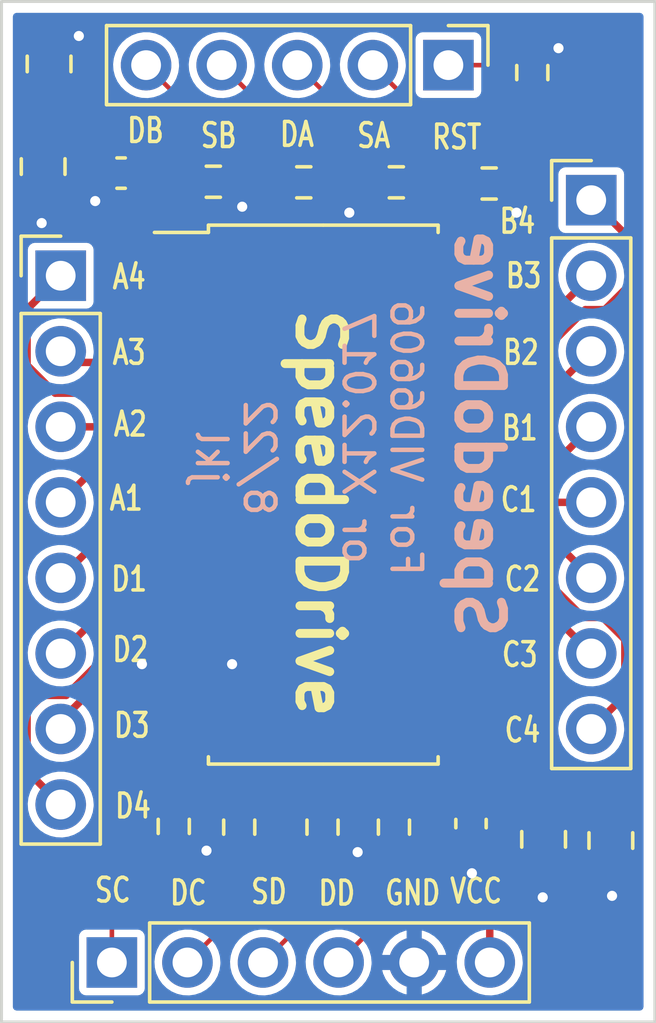
<source format=kicad_pcb>
(kicad_pcb (version 20211014) (generator pcbnew)
  (layers (0 "F.Cu" signal) (31 "B.Cu" signal) (35 "F.Paste" user) (36 "B.SilkS" user "B.Silkscreen") (37 "F.SilkS" user "F.Silkscreen") (38 "B.Mask" user) (39 "F.Mask" user) (44 "Edge.Cuts" user))
  (net 0 "")
  (net 1 "VCC")
  (net 2 "GND")
  (net 3 "/MA1")
  (net 4 "/MA2")
  (net 5 "/MA3")
  (net 6 "/MA4")
  (net 7 "/RST")
  (net 8 "/StpA")
  (net 9 "/DirA")
  (net 10 "/StpB")
  (net 11 "/DirB")
  (net 12 "/MB1")
  (net 13 "/MB2")
  (net 14 "/MB3")
  (net 15 "/MB4")
  (net 16 "/MC1")
  (net 17 "/MC2")
  (net 18 "/MC3")
  (net 19 "/MC4")
  (net 20 "/StpC")
  (net 21 "/DirC")
  (net 22 "/StpD")
  (net 23 "/DirD")
  (net 24 "/MD1")
  (net 25 "/MD2")
  (net 26 "/MD3")
  (net 27 "/MD4")
  (footprint "SpeedFootprints:R_0603_1608MetricSQ" (layer "F.Cu") (at 127.77 69.12)
    (fp_text reference "R5")
    (fp_text value "10K")
    (fp_line (start -0.237258 -0.5225) (end 0.237258 -0.5225) (layer "F.SilkS") (width 0.12))
    (fp_line (start -0.237258 0.5225) (end 0.237258 0.5225) (layer "F.SilkS") (width 0.12))
    (pad "1" smd roundrect (at -0.825 0) (size 0.8 0.95) (layers "F.Cu" "F.Mask") (net 10 "/StpB"))
    (pad "2" smd roundrect (at 0.825 0) (size 0.8 0.95) (layers "F.Cu" "F.Mask") (net 2 "GND"))
  )
  (footprint "SpeedFootprints:C_0805_2012MetricSQ" (layer "F.Cu") (at 119.21 65.14 90)
    (fp_text reference "C1")
    (fp_text value "6.8uF")
    (fp_line (start -0.261252 -0.735) (end 0.261252 -0.735) (layer "F.SilkS") (width 0.12))
    (fp_line (start -0.261252 0.735) (end 0.261252 0.735) (layer "F.SilkS") (width 0.12))
    (pad "1" smd roundrect (at -0.95 0 90) (size 1 1.45) (layers "F.Cu" "F.Mask") (net 1 "VCC"))
    (pad "2" smd roundrect (at 0.95 0 90) (size 1 1.45) (layers "F.Cu" "F.Mask") (net 2 "GND"))
  )
  (footprint "SpeedFootprints:C_0805_2012MetricSQ" (layer "F.Cu") (at 135.83 91.21 -90)
    (fp_text reference "C2")
    (fp_text value "4.7uF")
    (fp_line (start -0.261252 0.735) (end 0.261252 0.735) (layer "F.SilkS") (width 0.12))
    (fp_line (start -0.261252 -0.735) (end 0.261252 -0.735) (layer "F.SilkS") (width 0.12))
    (pad "1" smd roundrect (at -0.95 0 270) (size 1 1.45) (layers "F.Cu" "F.Mask") (net 1 "VCC"))
    (pad "2" smd roundrect (at 0.95 0 270) (size 1 1.45) (layers "F.Cu" "F.Mask") (net 2 "GND"))
  )
  (footprint "SpeedFootprints:R_0603_1608MetricSQ" (layer "F.Cu") (at 135.45 65.43 -90)
    (fp_text reference "R1")
    (fp_text value "10K")
    (fp_line (start -0.237258 -0.5225) (end 0.237258 -0.5225) (layer "F.SilkS") (width 0.12))
    (fp_line (start -0.237258 0.5225) (end 0.237258 0.5225) (layer "F.SilkS") (width 0.12))
    (pad "1" smd roundrect (at -0.825 0 270) (size 0.8 0.95) (layers "F.Cu" "F.Mask") (net 2 "GND"))
    (pad "2" smd roundrect (at 0.825 0 270) (size 0.8 0.95) (layers "F.Cu" "F.Mask") (net 7 "/RST"))
  )
  (footprint "SpeedFootprints:C_0603_1608MetricSQ" (layer "F.Cu") (at 121.63 68.81 180)
    (fp_text reference "C3")
    (fp_text value "100nF")
    (fp_line (start -0.14058 0.51) (end 0.14058 0.51) (layer "F.SilkS") (width 0.12))
    (fp_line (start -0.14058 -0.51) (end 0.14058 -0.51) (layer "F.SilkS") (width 0.12))
    (pad "1" smd roundrect (at -0.775 0 180) (size 0.9 0.95) (layers "F.Cu" "F.Mask") (net 1 "VCC"))
    (pad "2" smd roundrect (at 0.775 0 180) (size 0.9 0.95) (layers "F.Cu" "F.Mask") (net 2 "GND"))
  )
  (footprint "SpeedFootprints:C_0805_2012MetricSQ" (layer "F.Cu") (at 119.01 68.59 -90)
    (fp_text reference "C5")
    (fp_text value "4.7uF")
    (fp_line (start -0.261252 -0.735) (end 0.261252 -0.735) (layer "F.SilkS") (width 0.12))
    (fp_line (start -0.261252 0.735) (end 0.261252 0.735) (layer "F.SilkS") (width 0.12))
    (pad "1" smd roundrect (at -0.95 0 270) (size 1 1.45) (layers "F.Cu" "F.Mask") (net 1 "VCC"))
    (pad "2" smd roundrect (at 0.95 0 270) (size 1 1.45) (layers "F.Cu" "F.Mask") (net 2 "GND"))
  )
  (footprint "Connector_PinHeader_2.54mm:PinHeader_1x05_P2.54mm_Vertical" (layer "F.Cu") (at 132.63 65.18 -90)
    (fp_text reference "J1")
    (fp_text value "Conn_01x05")
    (fp_line (start -1.33 1.27) (end 1.33 1.27) (layer "F.SilkS") (width 0.12))
    (fp_line (start -1.33 0) (end -1.33 -1.33) (layer "F.SilkS") (width 0.12))
    (fp_line (start 1.33 1.27) (end 1.33 11.49) (layer "F.SilkS") (width 0.12))
    (fp_line (start -1.33 1.27) (end -1.33 11.49) (layer "F.SilkS") (width 0.12))
    (fp_line (start -1.33 -1.33) (end 0 -1.33) (layer "F.SilkS") (width 0.12))
    (fp_line (start -1.33 11.49) (end 1.33 11.49) (layer "F.SilkS") (width 0.12))
    (pad "1" thru_hole rect (at 0 0 270) (size 1.7 1.7) (drill 1) (layers *.Cu *.Mask) (net 7 "/RST"))
    (pad "2" thru_hole oval (at 0 2.54 270) (size 1.7 1.7) (drill 1) (layers *.Cu *.Mask) (net 8 "/StpA"))
    (pad "3" thru_hole oval (at 0 5.08 270) (size 1.7 1.7) (drill 1) (layers *.Cu *.Mask) (net 9 "/DirA"))
    (pad "4" thru_hole oval (at 0 7.62 270) (size 1.7 1.7) (drill 1) (layers *.Cu *.Mask) (net 10 "/StpB"))
    (pad "5" thru_hole oval (at 0 10.16 270) (size 1.7 1.7) (drill 1) (layers *.Cu *.Mask) (net 11 "/DirB"))
  )
  (footprint "SpeedFootprints:R_0603_1608MetricSQ" (layer "F.Cu") (at 130.88 69.12 180)
    (fp_text reference "R2")
    (fp_text value "10K")
    (fp_line (start -0.237258 0.5225) (end 0.237258 0.5225) (layer "F.SilkS") (width 0.12))
    (fp_line (start -0.237258 -0.5225) (end 0.237258 -0.5225) (layer "F.SilkS") (width 0.12))
    (pad "1" smd roundrect (at -0.825 0 180) (size 0.8 0.95) (layers "F.Cu" "F.Mask") (net 9 "/DirA"))
    (pad "2" smd roundrect (at 0.825 0 180) (size 0.8 0.95) (layers "F.Cu" "F.Mask") (net 2 "GND"))
  )
  (footprint "SpeedFootprints:R_0603_1608MetricSQ" (layer "F.Cu") (at 130.8 90.8 -90)
    (fp_text reference "R8")
    (fp_text value "10K")
    (fp_line (start -0.237258 0.5225) (end 0.237258 0.5225) (layer "F.SilkS") (width 0.12))
    (fp_line (start -0.237258 -0.5225) (end 0.237258 -0.5225) (layer "F.SilkS") (width 0.12))
    (pad "1" smd roundrect (at -0.825 0 270) (size 0.8 0.95) (layers "F.Cu" "F.Mask") (net 23 "/DirD"))
    (pad "2" smd roundrect (at 0.825 0 270) (size 0.8 0.95) (layers "F.Cu" "F.Mask") (net 2 "GND"))
  )
  (footprint "Package_SO:SOIC-28W_7.5x17.9mm_P1.27mm" (layer "F.Cu") (at 128.425 79.62)
    (fp_text reference "U1")
    (fp_text value "VID6606")
    (fp_line (start 0 -9.06) (end -3.86 -9.06) (layer "F.SilkS") (width 0.12))
    (fp_line (start -3.86 9.06) (end -3.86 8.815) (layer "F.SilkS") (width 0.12))
    (fp_line (start 0 9.06) (end -3.86 9.06) (layer "F.SilkS") (width 0.12))
    (fp_line (start 3.86 9.06) (end 3.86 8.815) (layer "F.SilkS") (width 0.12))
    (fp_line (start 0 9.06) (end 3.86 9.06) (layer "F.SilkS") (width 0.12))
    (fp_line (start -3.86 -9.06) (end -3.86 -8.815) (layer "F.SilkS") (width 0.12))
    (fp_line (start -3.86 -8.815) (end -5.675 -8.815) (layer "F.SilkS") (width 0.12))
    (fp_line (start 3.86 -9.06) (end 3.86 -8.815) (layer "F.SilkS") (width 0.12))
    (fp_line (start 0 -9.06) (end 3.86 -9.06) (layer "F.SilkS") (width 0.12))
    (pad "1" smd roundrect (at -4.65 -8.255) (size 2.05 0.6) (layers "F.Cu" "F.Mask") (net 1 "VCC"))
    (pad "2" smd roundrect (at -4.65 -6.985) (size 2.05 0.6) (layers "F.Cu" "F.Mask") (net 11 "/DirB"))
    (pad "3" smd roundrect (at -4.65 -5.715) (size 2.05 0.6) (layers "F.Cu" "F.Mask") (net 10 "/StpB"))
    (pad "4" smd roundrect (at -4.65 -4.445) (size 2.05 0.6) (layers "F.Cu" "F.Mask") (net 5 "/MA3"))
    (pad "5" smd roundrect (at -4.65 -3.175) (size 2.05 0.6) (layers "F.Cu" "F.Mask") (net 6 "/MA4"))
    (pad "6" smd roundrect (at -4.65 -1.905) (size 2.05 0.6) (layers "F.Cu" "F.Mask") (net 4 "/MA2"))
    (pad "7" smd roundrect (at -4.65 -0.635) (size 2.05 0.6) (layers "F.Cu" "F.Mask") (net 3 "/MA1"))
    (pad "8" smd roundrect (at -4.65 0.635) (size 2.05 0.6) (layers "F.Cu" "F.Mask") (net 24 "/MD1"))
    (pad "9" smd roundrect (at -4.65 1.905) (size 2.05 0.6) (layers "F.Cu" "F.Mask") (net 25 "/MD2"))
    (pad "10" smd roundrect (at -4.65 3.175) (size 2.05 0.6) (layers "F.Cu" "F.Mask") (net 27 "/MD4"))
    (pad "11" smd roundrect (at -4.65 4.445) (size 2.05 0.6) (layers "F.Cu" "F.Mask") (net 26 "/MD3"))
    (pad "12" smd roundrect (at -4.65 5.715) (size 2.05 0.6) (layers "F.Cu" "F.Mask") (net 2 "GND"))
    (pad "13" smd roundrect (at -4.65 6.985) (size 2.05 0.6) (layers "F.Cu" "F.Mask") (net 21 "/DirC"))
    (pad "14" smd roundrect (at -4.65 8.255) (size 2.05 0.6) (layers "F.Cu" "F.Mask") (net 20 "/StpC"))
    (pad "15" smd roundrect (at 4.65 8.255) (size 2.05 0.6) (layers "F.Cu" "F.Mask") (net 1 "VCC"))
    (pad "16" smd roundrect (at 4.65 6.985) (size 2.05 0.6) (layers "F.Cu" "F.Mask") (net 23 "/DirD"))
    (pad "17" smd roundrect (at 4.65 5.715) (size 2.05 0.6) (layers "F.Cu" "F.Mask") (net 22 "/StpD"))
    (pad "18" smd roundrect (at 4.65 4.445) (size 2.05 0.6) (layers "F.Cu" "F.Mask") (net 18 "/MC3"))
    (pad "19" smd roundrect (at 4.65 3.175) (size 2.05 0.6) (layers "F.Cu" "F.Mask") (net 19 "/MC4"))
    (pad "20" smd roundrect (at 4.65 1.905) (size 2.05 0.6) (layers "F.Cu" "F.Mask") (net 17 "/MC2"))
    (pad "21" smd roundrect (at 4.65 0.635) (size 2.05 0.6) (layers "F.Cu" "F.Mask") (net 16 "/MC1"))
    (pad "22" smd roundrect (at 4.65 -0.635) (size 2.05 0.6) (layers "F.Cu" "F.Mask") (net 12 "/MB1"))
    (pad "23" smd roundrect (at 4.65 -1.905) (size 2.05 0.6) (layers "F.Cu" "F.Mask") (net 13 "/MB2"))
    (pad "24" smd roundrect (at 4.65 -3.175) (size 2.05 0.6) (layers "F.Cu" "F.Mask") (net 15 "/MB4"))
    (pad "25" smd roundrect (at 4.65 -4.445) (size 2.05 0.6) (layers "F.Cu" "F.Mask") (net 14 "/MB3"))
    (pad "26" smd roundrect (at 4.65 -5.715) (size 2.05 0.6) (layers "F.Cu" "F.Mask") (net 7 "/RST"))
    (pad "27" smd roundrect (at 4.65 -6.985) (size 2.05 0.6) (layers "F.Cu" "F.Mask") (net 9 "/DirA"))
    (pad "28" smd roundrect (at 4.65 -8.255) (size 2.05 0.6) (layers "F.Cu" "F.Mask") (net 8 "/StpA"))
  )
  (footprint "SpeedFootprints:R_0603_1608MetricSQ" (layer "F.Cu") (at 125.6 90.8 90)
    (fp_text reference "R6")
    (fp_text value "10K")
    (fp_line (start -0.237258 -0.5225) (end 0.237258 -0.5225) (layer "F.SilkS") (width 0.12))
    (fp_line (start -0.237258 0.5225) (end 0.237258 0.5225) (layer "F.SilkS") (width 0.12))
    (pad "1" smd roundrect (at -0.825 0 90) (size 0.8 0.95) (layers "F.Cu" "F.Mask") (net 2 "GND"))
    (pad "2" smd roundrect (at 0.825 0 90) (size 0.8 0.95) (layers "F.Cu" "F.Mask") (net 21 "/DirC"))
  )
  (footprint "Connector_PinHeader_2.54mm:PinHeader_1x08_P2.54mm_Vertical" (layer "F.Cu") (at 119.6 72.26)
    (fp_text reference "J4")
    (fp_text value "Conn_01x08")
    (fp_line (start -1.33 1.27) (end 1.33 1.27) (layer "F.SilkS") (width 0.12))
    (fp_line (start -1.33 -1.33) (end 0 -1.33) (layer "F.SilkS") (width 0.12))
    (fp_line (start -1.33 19.11) (end 1.33 19.11) (layer "F.SilkS") (width 0.12))
    (fp_line (start -1.33 0) (end -1.33 -1.33) (layer "F.SilkS") (width 0.12))
    (fp_line (start -1.33 1.27) (end -1.33 19.11) (layer "F.SilkS") (width 0.12))
    (fp_line (start 1.33 1.27) (end 1.33 19.11) (layer "F.SilkS") (width 0.12))
    (pad "1" thru_hole rect (at 0 0) (size 1.7 1.7) (drill 1) (layers *.Cu *.Mask) (net 6 "/MA4"))
    (pad "2" thru_hole oval (at 0 2.54) (size 1.7 1.7) (drill 1) (layers *.Cu *.Mask) (net 5 "/MA3"))
    (pad "3" thru_hole oval (at 0 5.08) (size 1.7 1.7) (drill 1) (layers *.Cu *.Mask) (net 4 "/MA2"))
    (pad "4" thru_hole oval (at 0 7.62) (size 1.7 1.7) (drill 1) (layers *.Cu *.Mask) (net 3 "/MA1"))
    (pad "5" thru_hole oval (at 0 10.16) (size 1.7 1.7) (drill 1) (layers *.Cu *.Mask) (net 24 "/MD1"))
    (pad "6" thru_hole oval (at 0 12.7) (size 1.7 1.7) (drill 1) (layers *.Cu *.Mask) (net 25 "/MD2"))
    (pad "7" thru_hole oval (at 0 15.24) (size 1.7 1.7) (drill 1) (layers *.Cu *.Mask) (net 26 "/MD3"))
    (pad "8" thru_hole oval (at 0 17.78) (size 1.7 1.7) (drill 1) (layers *.Cu *.Mask) (net 27 "/MD4"))
  )
  (footprint "SpeedFootprints:R_0603_1608MetricSQ" (layer "F.Cu") (at 128.4 90.8 -90)
    (fp_text reference "R9")
    (fp_text value "10K")
    (fp_line (start -0.237258 -0.5225) (end 0.237258 -0.5225) (layer "F.SilkS") (width 0.12))
    (fp_line (start -0.237258 0.5225) (end 0.237258 0.5225) (layer "F.SilkS") (width 0.12))
    (pad "1" smd roundrect (at -0.825 0 270) (size 0.8 0.95) (layers "F.Cu" "F.Mask") (net 22 "/StpD"))
    (pad "2" smd roundrect (at 0.825 0 270) (size 0.8 0.95) (layers "F.Cu" "F.Mask") (net 2 "GND"))
  )
  (footprint "SpeedFootprints:C_0805_2012MetricSQ" (layer "F.Cu") (at 138.09 91.25 -90)
    (fp_text reference "C6")
    (fp_text value "6.8uF")
    (fp_line (start -0.261252 0.735) (end 0.261252 0.735) (layer "F.SilkS") (width 0.12))
    (fp_line (start -0.261252 -0.735) (end 0.261252 -0.735) (layer "F.SilkS") (width 0.12))
    (pad "1" smd roundrect (at -0.95 0 270) (size 1 1.45) (layers "F.Cu" "F.Mask") (net 1 "VCC"))
    (pad "2" smd roundrect (at 0.95 0 270) (size 1 1.45) (layers "F.Cu" "F.Mask") (net 2 "GND"))
  )
  (footprint "SpeedFootprints:R_0603_1608MetricSQ" (layer "F.Cu") (at 123.4 90.775 90)
    (fp_text reference "R7")
    (fp_text value "10K")
    (fp_line (start -0.237258 -0.5225) (end 0.237258 -0.5225) (layer "F.SilkS") (width 0.12))
    (fp_line (start -0.237258 0.5225) (end 0.237258 0.5225) (layer "F.SilkS") (width 0.12))
    (pad "1" smd roundrect (at -0.825 0 90) (size 0.8 0.95) (layers "F.Cu" "F.Mask") (net 2 "GND"))
    (pad "2" smd roundrect (at 0.825 0 90) (size 0.8 0.95) (layers "F.Cu" "F.Mask") (net 20 "/StpC"))
  )
  (footprint "SpeedFootprints:R_0603_1608MetricSQ" (layer "F.Cu") (at 124.73 69.1)
    (fp_text reference "R4")
    (fp_text value "10K")
    (fp_line (start -0.237258 -0.5225) (end 0.237258 -0.5225) (layer "F.SilkS") (width 0.12))
    (fp_line (start -0.237258 0.5225) (end 0.237258 0.5225) (layer "F.SilkS") (width 0.12))
    (pad "1" smd roundrect (at -0.825 0) (size 0.8 0.95) (layers "F.Cu" "F.Mask") (net 11 "/DirB"))
    (pad "2" smd roundrect (at 0.825 0) (size 0.8 0.95) (layers "F.Cu" "F.Mask") (net 2 "GND"))
  )
  (footprint "Connector_PinHeader_2.54mm:PinHeader_1x06_P2.54mm_Vertical" (layer "F.Cu") (at 121.32 95.35 90)
    (fp_text reference "J3")
    (fp_text value "Conn_01x06")
    (fp_line (start -1.33 1.27) (end -1.33 14.03) (layer "F.SilkS") (width 0.12))
    (fp_line (start 1.33 1.27) (end 1.33 14.03) (layer "F.SilkS") (width 0.12))
    (fp_line (start -1.33 1.27) (end 1.33 1.27) (layer "F.SilkS") (width 0.12))
    (fp_line (start -1.33 -1.33) (end 0 -1.33) (layer "F.SilkS") (width 0.12))
    (fp_line (start -1.33 14.03) (end 1.33 14.03) (layer "F.SilkS") (width 0.12))
    (fp_line (start -1.33 0) (end -1.33 -1.33) (layer "F.SilkS") (width 0.12))
    (pad "1" thru_hole rect (at 0 0 90) (size 1.7 1.7) (drill 1) (layers *.Cu *.Mask) (net 20 "/StpC"))
    (pad "2" thru_hole oval (at 0 2.54 90) (size 1.7 1.7) (drill 1) (layers *.Cu *.Mask) (net 21 "/DirC"))
    (pad "3" thru_hole oval (at 0 5.08 90) (size 1.7 1.7) (drill 1) (layers *.Cu *.Mask) (net 22 "/StpD"))
    (pad "4" thru_hole oval (at 0 7.62 90) (size 1.7 1.7) (drill 1) (layers *.Cu *.Mask) (net 23 "/DirD"))
    (pad "5" thru_hole oval (at 0 10.16 90) (size 1.7 1.7) (drill 1) (layers *.Cu *.Mask) (net 2 "GND"))
    (pad "6" thru_hole oval (at 0 12.7 90) (size 1.7 1.7) (drill 1) (layers *.Cu *.Mask) (net 1 "VCC"))
  )
  (footprint "Connector_PinHeader_2.54mm:PinHeader_1x08_P2.54mm_Vertical" (layer "F.Cu") (at 137.43 69.72)
    (fp_text reference "J2")
    (fp_text value "Conn_01x08")
    (fp_line (start -1.33 1.27) (end 1.33 1.27) (layer "F.SilkS") (width 0.12))
    (fp_line (start -1.33 0) (end -1.33 -1.33) (layer "F.SilkS") (width 0.12))
    (fp_line (start -1.33 1.27) (end -1.33 19.11) (layer "F.SilkS") (width 0.12))
    (fp_line (start -1.33 -1.33) (end 0 -1.33) (layer "F.SilkS") (width 0.12))
    (fp_line (start -1.33 19.11) (end 1.33 19.11) (layer "F.SilkS") (width 0.12))
    (fp_line (start 1.33 1.27) (end 1.33 19.11) (layer "F.SilkS") (width 0.12))
    (pad "1" thru_hole rect (at 0 0) (size 1.7 1.7) (drill 1) (layers *.Cu *.Mask) (net 15 "/MB4"))
    (pad "2" thru_hole oval (at 0 2.54) (size 1.7 1.7) (drill 1) (layers *.Cu *.Mask) (net 14 "/MB3"))
    (pad "3" thru_hole oval (at 0 5.08) (size 1.7 1.7) (drill 1) (layers *.Cu *.Mask) (net 13 "/MB2"))
    (pad "4" thru_hole oval (at 0 7.62) (size 1.7 1.7) (drill 1) (layers *.Cu *.Mask) (net 12 "/MB1"))
    (pad "5" thru_hole oval (at 0 10.16) (size 1.7 1.7) (drill 1) (layers *.Cu *.Mask) (net 16 "/MC1"))
    (pad "6" thru_hole oval (at 0 12.7) (size 1.7 1.7) (drill 1) (layers *.Cu *.Mask) (net 17 "/MC2"))
    (pad "7" thru_hole oval (at 0 15.24) (size 1.7 1.7) (drill 1) (layers *.Cu *.Mask) (net 18 "/MC3"))
    (pad "8" thru_hole oval (at 0 17.78) (size 1.7 1.7) (drill 1) (layers *.Cu *.Mask) (net 19 "/MC4"))
  )
  (footprint "SpeedFootprints:C_0603_1608MetricSQ" (layer "F.Cu") (at 133.39 90.68 -90)
    (fp_text reference "C4")
    (fp_text value "100nF")
    (fp_line (start -0.14058 0.51) (end 0.14058 0.51) (layer "F.SilkS") (width 0.12))
    (fp_line (start -0.14058 -0.51) (end 0.14058 -0.51) (layer "F.SilkS") (width 0.12))
    (pad "1" smd roundrect (at -0.775 0 270) (size 0.9 0.95) (layers "F.Cu" "F.Mask") (net 1 "VCC"))
    (pad "2" smd roundrect (at 0.775 0 270) (size 0.9 0.95) (layers "F.Cu" "F.Mask") (net 2 "GND"))
  )
  (footprint "SpeedFootprints:R_0603_1608MetricSQ" (layer "F.Cu") (at 134 69.16 180)
    (fp_text reference "R3")
    (fp_text value "10K")
    (fp_line (start -0.237258 0.5225) (end 0.237258 0.5225) (layer "F.SilkS") (width 0.12))
    (fp_line (start -0.237258 -0.5225) (end 0.237258 -0.5225) (layer "F.SilkS") (width 0.12))
    (pad "1" smd roundrect (at -0.825 0 180) (size 0.8 0.95) (layers "F.Cu" "F.Mask") (net 2 "GND"))
    (pad "2" smd roundrect (at 0.825 0 180) (size 0.8 0.95) (layers "F.Cu" "F.Mask") (net 8 "/StpA"))
  )
  (gr_rect (start 117.61 63.04) (end 139.57 97.35) (layer "Edge.Cuts") (width 0.1) (fill none))
  (gr_text "8/22\njkl" (at 125.47 78.37 270) (layer "B.SilkS") (effects (font (size 1 1)) (justify mirror)))
  (gr_text "SpeedoDrive" (at 133.66 77.56 270) (layer "B.SilkS") (effects (font (size 1.5 1.5) (thickness 0.3)) (justify mirror)))
  (gr_text "For VID6606\nor X12.017" (at 130.4 77.71 270) (layer "B.SilkS") (effects (font (size 1 1)) (justify mirror)))
  (gr_text "B2" (at 135.07 74.84) (layer "F.SilkS") (effects (font (size 0.8 0.6) (thickness 0.12))))
  (gr_text "RST" (at 132.91 67.6) (layer "F.SilkS") (effects (font (size 0.8 0.6) (thickness 0.12))))
  (gr_text "SB" (at 124.91 67.55) (layer "F.SilkS") (effects (font (size 0.8 0.6) (thickness 0.12))))
  (gr_text "DA" (at 127.54 67.51) (layer "F.SilkS") (effects (font (size 0.8 0.6) (thickness 0.12))))
  (gr_text "B1" (at 135.03 77.38) (layer "F.SilkS") (effects (font (size 0.8 0.6) (thickness 0.12))))
  (gr_text "SD" (at 126.6 92.97) (layer "F.SilkS") (effects (font (size 0.8 0.6) (thickness 0.12))))
  (gr_text "C3" (at 135.03 85) (layer "F.SilkS") (effects (font (size 0.8 0.6) (thickness 0.12))))
  (gr_text "SC" (at 121.35 92.92) (layer "F.SilkS") (effects (font (size 0.8 0.6) (thickness 0.12))))
  (gr_text "VCC" (at 133.56 92.95) (layer "F.SilkS") (effects (font (size 0.8 0.6) (thickness 0.12))))
  (gr_text "B3" (at 135.16 72.26) (layer "F.SilkS") (effects (font (size 0.8 0.6) (thickness 0.12))))
  (gr_text "D2" (at 121.94 84.83) (layer "F.SilkS") (effects (font (size 0.8 0.6) (thickness 0.12))))
  (gr_text "A3" (at 121.9 74.84) (layer "F.SilkS") (effects (font (size 0.8 0.6) (thickness 0.12))))
  (gr_text "A1" (at 121.8 79.74) (layer "F.SilkS") (effects (font (size 0.8 0.6) (thickness 0.12))))
  (gr_text "GND" (at 131.43 93.01) (layer "F.SilkS") (effects (font (size 0.8 0.6) (thickness 0.12))))
  (gr_text "SpeedoDrive" (at 128.32 80.25 270) (layer "F.SilkS") (effects (font (size 1.5 1.5) (thickness 0.3))))
  (gr_text "D1" (at 121.9 82.46) (layer "F.SilkS") (effects (font (size 0.8 0.6) (thickness 0.12))))
  (gr_text "DD" (at 128.88 93.02) (layer "F.SilkS") (effects (font (size 0.8 0.6) (thickness 0.12))))
  (gr_text "C2" (at 135.12 82.46) (layer "F.SilkS") (effects (font (size 0.8 0.6) (thickness 0.12))))
  (gr_text "C1" (at 134.99 79.79) (layer "F.SilkS") (effects (font (size 0.8 0.6) (thickness 0.12))))
  (gr_text "C4" (at 135.12 87.54) (layer "F.SilkS") (effects (font (size 0.8 0.6) (thickness 0.12))))
  (gr_text "SA" (at 130.12 67.55) (layer "F.SilkS") (effects (font (size 0.8 0.6) (thickness 0.12))))
  (gr_text "A4" (at 121.9 72.3) (layer "F.SilkS") (effects (font (size 0.8 0.6) (thickness 0.12))))
  (gr_text "DC" (at 123.89 93.01) (layer "F.SilkS") (effects (font (size 0.8 0.6) (thickness 0.12))))
  (gr_text "B4" (at 134.95 70.43) (layer "F.SilkS") (effects (font (size 0.8 0.6) (thickness 0.12))))
  (gr_text "A2" (at 121.94 77.25) (layer "F.SilkS") (effects (font (size 0.8 0.6) (thickness 0.12))))
  (gr_text "DB" (at 122.45 67.38) (layer "F.SilkS") (effects (font (size 0.8 0.6) (thickness 0.12))))
  (gr_text "D4" (at 122.03 90.09) (layer "F.SilkS") (effects (font (size 0.8 0.6) (thickness 0.12))))
  (gr_text "D3" (at 121.99 87.38) (layer "F.SilkS") (effects (font (size 0.8 0.6) (thickness 0.12))))
  (segment (start 133.075 89.59) (end 133.39 89.905) (width 0.25) (layer "F.Cu") (net 1))
  (segment (start 123.775 71.365) (end 122.405 69.995) (width 0.25) (layer "F.Cu") (net 1))
  (segment (start 138.05 90.26) (end 138.09 90.3) (width 0.25) (layer "F.Cu") (net 1))
  (segment (start 135.475 89.905) (end 135.83 90.26) (width 0.25) (layer "F.Cu") (net 1))
  (segment (start 131.77048 84.392913) (end 131.77048 78.998047) (width 0.25) (layer "F.Cu") (net 1))
  (segment (start 135.83 90.26) (end 138.05 90.26) (width 0.25) (layer "F.Cu") (net 1))
  (segment (start 134.37952 86.932913) (end 134.37952 85.007087) (width 0.25) (layer "F.Cu") (net 1))
  (segment (start 133.437433 87.875) (end 134.37952 86.932913) (width 0.25) (layer "F.Cu") (net 1))
  (segment (start 123.412567 71.365) (end 123.775 71.365) (width 0.25) (layer "F.Cu") (net 1))
  (segment (start 131.77048 78.998047) (end 127.302433 74.53) (width 0.25) (layer "F.Cu") (net 1))
  (segment (start 134.37952 85.007087) (end 134.016953 84.64452) (width 0.25) (layer "F.Cu") (net 1))
  (segment (start 119.31 67.67) (end 119.31 66.19) (width 0.25) (layer "F.Cu") (net 1))
  (segment (start 122.767567 74.53) (end 122.37 74.132433) (width 0.25) (layer "F.Cu") (net 1))
  (segment (start 127.302433 74.53) (end 122.767567 74.53) (width 0.25) (layer "F.Cu") (net 1))
  (segment (start 134.016953 84.64452) (end 132.022087 84.64452) (width 0.25) (layer "F.Cu") (net 1))
  (segment (start 122.37 74.132433) (end 122.37 72.407567) (width 0.25) (layer "F.Cu") (net 1))
  (segment (start 119.31 66.19) (end 119.21 66.09) (width 0.25) (layer "F.Cu") (net 1))
  (segment (start 134.02 92.07) (end 135.83 90.26) (width 0.25) (layer "F.Cu") (net 1))
  (segment (start 132.022087 84.64452) (end 131.77048 84.392913) (width 0.25) (layer "F.Cu") (net 1))
  (segment (start 134.02 95.35) (end 134.02 92.07) (width 0.25) (layer "F.Cu") (net 1))
  (segment (start 121.235 67.64) (end 119.01 67.64) (width 0.25) (layer "F.Cu") (net 1))
  (segment (start 133.075 87.875) (end 133.437433 87.875) (width 0.25) (layer "F.Cu") (net 1))
  (segment (start 122.37 72.407567) (end 123.412567 71.365) (width 0.25) (layer "F.Cu") (net 1))
  (segment (start 122.405 69.995) (end 122.405 68.81) (width 0.25) (layer "F.Cu") (net 1))
  (segment (start 133.39 89.905) (end 135.475 89.905) (width 0.25) (layer "F.Cu") (net 1))
  (segment (start 133.075 87.875) (end 133.075 89.59) (width 0.25) (layer "F.Cu") (net 1))
  (segment (start 122.405 68.81) (end 121.235 67.64) (width 0.25) (layer "F.Cu") (net 1))
  (segment (start 130.055 69.385) (end 129.3 70.14) (width 0.25) (layer "F.Cu") (net 2))
  (segment (start 136.325 64.605) (end 136.33 64.61) (width 0.25) (layer "F.Cu") (net 2))
  (segment (start 119.01 70.44) (end 118.96 70.49) (width 0.25) (layer "F.Cu") (net 2))
  (segment (start 123.775 85.335) (end 125.345 85.335) (width 0.25) (layer "F.Cu") (net 2))
  (segment (start 123.4 91.6) (end 124.49 91.6) (width 0.25) (layer "F.Cu") (net 2))
  (segment (start 130.055 69.12) (end 130.055 69.385) (width 0.25) (layer "F.Cu") (net 2))
  (segment (start 133.39 91.455) (end 133.39 92.32) (width 0.25) (layer "F.Cu") (net 2))
  (segment (start 134.825 69.16) (end 134.825 70.045) (width 0.25) (layer "F.Cu") (net 2))
  (segment (start 123.775 85.335) (end 122.345 85.335) (width 0.25) (layer "F.Cu") (net 2))
  (segment (start 135.83 93.13) (end 135.8 93.16) (width 0.25) (layer "F.Cu") (net 2))
  (segment (start 125.6 91.625) (end 124.535 91.625) (width 0.25) (layer "F.Cu") (net 2))
  (segment (start 133.39 92.32) (end 133.42 92.35) (width 0.25) (layer "F.Cu") (net 2))
  (segment (start 120.2 64.19) (end 120.21 64.2) (width 0.25) (layer "F.Cu") (net 2))
  (segment (start 129.565 91.625) (end 129.58 91.64) (width 0.25) (layer "F.Cu") (net 2))
  (segment (start 134.825 70.045) (end 134.92 70.14) (width 0.25) (layer "F.Cu") (net 2))
  (segment (start 138.09 93.07) (end 138.13 93.11) (width 0.25) (layer "F.Cu") (net 2))
  (segment (start 125.345 85.335) (end 125.36 85.32) (width 0.25) (layer "F.Cu") (net 2))
  (segment (start 120.855 69.655) (end 120.76 69.75) (width 0.25) (layer "F.Cu") (net 2))
  (segment (start 128.595 69.12) (end 128.595 69.435) (width 0.25) (layer "F.Cu") (net 2))
  (segment (start 135.45 64.605) (end 136.325 64.605) (width 0.25) (layer "F.Cu") (net 2))
  (segment (start 130.8 91.625) (end 129.595 91.625) (width 0.25) (layer "F.Cu") (net 2))
  (segment (start 122.345 85.335) (end 122.33 85.32) (width 0.25) (layer "F.Cu") (net 2))
  (segment (start 124.49 91.6) (end 124.5 91.59) (width 0.25) (layer "F.Cu") (net 2))
  (segment (start 119.01 69.54) (end 119.01 70.44) (width 0.25) (layer "F.Cu") (net 2))
  (segment (start 128.595 69.435) (end 129.3 70.14) (width 0.25) (layer "F.Cu") (net 2))
  (segment (start 119.21 64.19) (end 120.2 64.19) (width 0.25) (layer "F.Cu") (net 2))
  (segment (start 125.555 69.1) (end 125.555 69.795) (width 0.25) (layer "F.Cu") (net 2))
  (segment (start 138.09 92.2) (end 138.09 93.07) (width 0.25) (layer "F.Cu") (net 2))
  (segment (start 120.855 68.81) (end 120.855 69.655) (width 0.25) (layer "F.Cu") (net 2))
  (segment (start 124.535 91.625) (end 124.5 91.59) (width 0.25) (layer "F.Cu") (net 2))
  (segment (start 135.83 92.16) (end 135.83 93.13) (width 0.25) (layer "F.Cu") (net 2))
  (segment (start 129.595 91.625) (end 129.58 91.64) (width 0.25) (layer "F.Cu") (net 2))
  (segment (start 125.555 69.795) (end 125.7 69.94) (width 0.25) (layer "F.Cu") (net 2))
  (segment (start 128.4 91.625) (end 129.565 91.625) (width 0.25) (layer "F.Cu") (net 2))
  (via (at 122.33 85.32) (size 0.6) (drill 0.34) (layers "F.Cu" "B.Cu") (net 2))
  (via (at 125.36 85.32) (size 0.6) (drill 0.34) (layers "F.Cu" "B.Cu") (net 2))
  (via (at 125.7 69.94) (size 0.6) (drill 0.34) (layers "F.Cu" "B.Cu") (net 2))
  (via (at 136.33 64.61) (size 0.6) (drill 0.34) (layers "F.Cu" "B.Cu") (net 2))
  (via (at 129.3 70.14) (size 0.6) (drill 0.34) (layers "F.Cu" "B.Cu") (net 2))
  (via (at 133.42 92.35) (size 0.6) (drill 0.34) (layers "F.Cu" "B.Cu") (net 2))
  (via (at 124.5 91.59) (size 0.6) (drill 0.34) (layers "F.Cu" "B.Cu") (net 2))
  (via (at 118.96 70.49) (size 0.6) (drill 0.34) (layers "F.Cu" "B.Cu") (net 2))
  (via (at 138.13 93.11) (size 0.6) (drill 0.34) (layers "F.Cu" "B.Cu") (net 2))
  (via (at 134.92 70.14) (size 0.6) (drill 0.34) (layers "F.Cu" "B.Cu") (net 2))
  (via (at 129.58 91.64) (size 0.6) (drill 0.34) (layers "F.Cu" "B.Cu") (net 2))
  (via (at 120.76 69.75) (size 0.6) (drill 0.34) (layers "F.Cu" "B.Cu") (net 2))
  (via (at 135.8 93.16) (size 0.6) (drill 0.34) (layers "F.Cu" "B.Cu") (net 2))
  (via (at 120.21 64.2) (size 0.6) (drill 0.34) (layers "F.Cu" "B.Cu") (net 2))
  (segment (start 120.495 78.985) (end 119.6 79.88) (width 0.25) (layer "F.Cu") (net 3))
  (segment (start 123.775 78.985) (end 120.495 78.985) (width 0.25) (layer "F.Cu") (net 3))
  (segment (start 123.775 77.715) (end 123.4 77.34) (width 0.25) (layer "F.Cu") (net 4))
  (segment (start 123.4 77.34) (end 119.6 77.34) (width 0.25) (layer "F.Cu") (net 4))
  (segment (start 123.775 75.175) (end 119.975 75.175) (width 0.25) (layer "F.Cu") (net 5))
  (segment (start 119.975 75.175) (end 119.6 74.8) (width 0.25) (layer "F.Cu") (net 5))
  (segment (start 123.540489 76.210489) (end 119.413118 76.210489) (width 0.25) (layer "F.Cu") (net 6))
  (segment (start 123.775 76.445) (end 123.540489 76.210489) (width 0.25) (layer "F.Cu") (net 6))
  (segment (start 118.470489 73.389511) (end 119.6 72.26) (width 0.25) (layer "F.Cu") (net 6))
  (segment (start 119.413118 76.210489) (end 118.470489 75.26786) (width 0.25) (layer "F.Cu") (net 6))
  (segment (start 118.470489 75.26786) (end 118.470489 73.389511) (width 0.25) (layer "F.Cu") (net 6))
  (segment (start 133.075 73.905) (end 133.370257 73.905) (width 0.155) (layer "F.Cu") (net 7))
  (segment (start 134.375 65.18) (end 132.63 65.18) (width 0.155) (layer "F.Cu") (net 7))
  (segment (start 135.85 66.655) (end 135.45 66.255) (width 0.155) (layer "F.Cu") (net 7))
  (segment (start 135.45 66.255) (end 134.375 65.18) (width 0.155) (layer "F.Cu") (net 7))
  (segment (start 133.370257 73.905) (end 135.85 71.425257) (width 0.155) (layer "F.Cu") (net 7))
  (segment (start 135.85 71.425257) (end 135.85 66.655) (width 0.155) (layer "F.Cu") (net 7))
  (segment (start 133.175 69.16) (end 133.175 68.265) (width 0.155) (layer "F.Cu") (net 8))
  (segment (start 133.175 68.265) (end 130.09 65.18) (width 0.155) (layer "F.Cu") (net 8))
  (segment (start 133.075 71.365) (end 133.175 71.265) (width 0.155) (layer "F.Cu") (net 8))
  (segment (start 133.175 71.265) (end 133.175 69.16) (width 0.155) (layer "F.Cu") (net 8))
  (segment (start 131.49 69.12) (end 127.55 65.18) (width 0.155) (layer "F.Cu") (net 9))
  (segment (start 131.705 69.12) (end 131.49 69.12) (width 0.155) (layer "F.Cu") (net 9))
  (segment (start 131.705 71.560257) (end 131.705 69.12) (width 0.155) (layer "F.Cu") (net 9))
  (segment (start 133.075 72.635) (end 132.779743 72.635) (width 0.155) (layer "F.Cu") (net 9))
  (segment (start 132.779743 72.635) (end 131.705 71.560257) (width 0.155) (layer "F.Cu") (net 9))
  (segment (start 126.945 71.030257) (end 126.945 69.12) (width 0.155) (layer "F.Cu") (net 10))
  (segment (start 124.070257 73.905) (end 126.945 71.030257) (width 0.155) (layer "F.Cu") (net 10))
  (segment (start 123.775 73.905) (end 124.070257 73.905) (width 0.155) (layer "F.Cu") (net 10))
  (segment (start 126.945 67.115) (end 125.01 65.18) (width 0.155) (layer "F.Cu") (net 10))
  (segment (start 126.945 69.12) (end 126.945 67.115) (width 0.155) (layer "F.Cu") (net 10))
  (segment (start 123.775 72.635) (end 124.070257 72.635) (width 0.155) (layer "F.Cu") (net 11))
  (segment (start 124.070257 72.635) (end 125.03202 71.673237) (width 0.155) (layer "F.Cu") (net 11))
  (segment (start 125.03202 71.673237) (end 125.03202 70.22702) (width 0.155) (layer "F.Cu") (net 11))
  (segment (start 123.905 69.1) (end 123.905 66.615) (width 0.155) (layer "F.Cu") (net 11))
  (segment (start 123.905 66.615) (end 122.47 65.18) (width 0.155) (layer "F.Cu") (net 11))
  (segment (start 125.03202 70.22702) (end 123.905 69.1) (width 0.155) (layer "F.Cu") (net 11))
  (segment (start 133.075 78.985) (end 135.785 78.985) (width 0.25) (layer "F.Cu") (net 12))
  (segment (start 135.785 78.985) (end 137.43 77.34) (width 0.25) (layer "F.Cu") (net 12))
  (segment (start 133.075 77.715) (end 134.515 77.715) (width 0.25) (layer "F.Cu") (net 13))
  (segment (start 134.515 77.715) (end 137.43 74.8) (width 0.25) (layer "F.Cu") (net 13))
  (segment (start 133.075 75.175) (end 134.515 75.175) (width 0.25) (layer "F.Cu") (net 14))
  (segment (start 134.515 75.175) (end 137.43 72.26) (width 0.25) (layer "F.Cu") (net 14))
  (segment (start 138.67 70.96) (end 137.43 69.72) (width 0.25) (layer "F.Cu") (net 15))
  (segment (start 137.232629 73.4) (end 137.887371 73.4) (width 0.25) (layer "F.Cu") (net 15))
  (segment (start 133.075 76.445) (end 134.187629 76.445) (width 0.25) (layer "F.Cu") (net 15))
  (segment (start 137.887371 73.4) (end 138.67 72.617371) (width 0.25) (layer "F.Cu") (net 15))
  (segment (start 134.187629 76.445) (end 137.232629 73.4) (width 0.25) (layer "F.Cu") (net 15))
  (segment (start 138.67 72.617371) (end 138.67 70.96) (width 0.25) (layer "F.Cu") (net 15))
  (segment (start 133.45 79.88) (end 137.43 79.88) (width 0.25) (layer "F.Cu") (net 16))
  (segment (start 133.075 80.255) (end 133.45 79.88) (width 0.25) (layer "F.Cu") (net 16))
  (segment (start 136.535 81.525) (end 137.43 82.42) (width 0.25) (layer "F.Cu") (net 17))
  (segment (start 133.075 81.525) (end 136.535 81.525) (width 0.25) (layer "F.Cu") (net 17))
  (segment (start 133.075 84.065) (end 136.535 84.065) (width 0.25) (layer "F.Cu") (net 18))
  (segment (start 136.535 84.065) (end 137.43 84.96) (width 0.25) (layer "F.Cu") (net 18))
  (segment (start 138.56 86.37) (end 137.43 87.5) (width 0.25) (layer "F.Cu") (net 19))
  (segment (start 133.075 82.795) (end 136.207629 82.795) (width 0.25) (layer "F.Cu") (net 19))
  (segment (start 136.207629 82.795) (end 137.162629 83.75) (width 0.25) (layer "F.Cu") (net 19))
  (segment (start 137.162629 83.75) (end 137.817371 83.75) (width 0.25) (layer "F.Cu") (net 19))
  (segment (start 138.56 84.492629) (end 138.56 86.37) (width 0.25) (layer "F.Cu") (net 19))
  (segment (start 137.817371 83.75) (end 138.56 84.492629) (width 0.25) (layer "F.Cu") (net 19))
  (segment (start 121.32 92.03) (end 121.32 95.35) (width 0.155) (layer "F.Cu") (net 20))
  (segment (start 123.775 89.575) (end 123.4 89.95) (width 0.155) (layer "F.Cu") (net 20))
  (segment (start 123.4 89.95) (end 121.32 92.03) (width 0.155) (layer "F.Cu") (net 20))
  (segment (start 123.775 87.875) (end 123.775 89.575) (width 0.155) (layer "F.Cu") (net 20))
  (segment (start 125.6 89.975) (end 126.30702 90.68202) (width 0.155) (layer "F.Cu") (net 21))
  (segment (start 126.30702 92.90298) (end 123.86 95.35) (width 0.155) (layer "F.Cu") (net 21))
  (segment (start 124.070257 86.605) (end 125.6 88.134743) (width 0.155) (layer "F.Cu") (net 21))
  (segment (start 126.30702 90.68202) (end 126.30702 92.90298) (width 0.155) (layer "F.Cu") (net 21))
  (segment (start 125.6 88.134743) (end 125.6 89.975) (width 0.155) (layer "F.Cu") (net 21))
  (segment (start 123.775 86.605) (end 124.070257 86.605) (width 0.155) (layer "F.Cu") (net 21))
  (segment (start 126.4 95.35) (end 127.48 94.27) (width 0.155) (layer "F.Cu") (net 22))
  (segment (start 132.779743 85.335) (end 133.075 85.335) (width 0.155) (layer "F.Cu") (net 22))
  (segment (start 127.48 90.895) (end 128.4 89.975) (width 0.155) (layer "F.Cu") (net 22))
  (segment (start 127.48 94.27) (end 127.48 90.895) (width 0.155) (layer "F.Cu") (net 22))
  (segment (start 128.4 89.714743) (end 132.779743 85.335) (width 0.155) (layer "F.Cu") (net 22))
  (segment (start 128.4 89.975) (end 128.4 89.714743) (width 0.155) (layer "F.Cu") (net 22))
  (segment (start 130.8 88.584743) (end 132.779743 86.605) (width 0.155) (layer "F.Cu") (net 23))
  (segment (start 130.8 89.975) (end 130.8 88.584743) (width 0.155) (layer "F.Cu") (net 23))
  (segment (start 131.50702 92.78298) (end 131.50702 90.68202) (width 0.155) (layer "F.Cu") (net 23))
  (segment (start 131.50702 90.68202) (end 130.8 89.975) (width 0.155) (layer "F.Cu") (net 23))
  (segment (start 128.94 95.35) (end 131.50702 92.78298) (width 0.155) (layer "F.Cu") (net 23))
  (segment (start 132.779743 86.605) (end 133.075 86.605) (width 0.155) (layer "F.Cu") (net 23))
  (segment (start 121.765 80.255) (end 119.6 82.42) (width 0.25) (layer "F.Cu") (net 24))
  (segment (start 123.775 80.255) (end 121.765 80.255) (width 0.25) (layer "F.Cu") (net 24))
  (segment (start 123.775 81.525) (end 123.035 81.525) (width 0.25) (layer "F.Cu") (net 25))
  (segment (start 123.035 81.525) (end 119.6 84.96) (width 0.25) (layer "F.Cu") (net 25))
  (segment (start 122.765461 84.065) (end 119.6 87.230461) (width 0.25) (layer "F.Cu") (net 26))
  (segment (start 123.775 84.065) (end 122.765461 84.065) (width 0.25) (layer "F.Cu") (net 26))
  (segment (start 119.6 87.230461) (end 119.6 87.5) (width 0.25) (layer "F.Cu") (net 26))
  (segment (start 118.470489 86.899511) (end 118.470489 88.910489) (width 0.25) (layer "F.Cu") (net 27))
  (segment (start 118.999511 86.370489) (end 118.470489 86.899511) (width 0.25) (layer "F.Cu") (net 27))
  (segment (start 119.786882 86.370489) (end 118.999511 86.370489) (width 0.25) (layer "F.Cu") (net 27))
  (segment (start 123.775 82.795) (end 123.362371 82.795) (width 0.25) (layer "F.Cu") (net 27))
  (segment (start 123.362371 82.795) (end 119.786882 86.370489) (width 0.25) (layer "F.Cu") (net 27))
  (segment (start 118.470489 88.910489) (end 119.6 90.04) (width 0.25) (layer "F.Cu") (net 27))
  (zone (net 2) (net_name "GND") (layer "B.Cu") (connect_pads thru_hole_only (clearance 0.254)) (min_thickness 0.254) (fill yes (thermal_gap 0.254) (thermal_bridge_width 0.508))
    (polygon (pts (xy 139.42 97.14) (xy 117.67 97.14) (xy 117.67 63.14) (xy 139.42 63.14)))
  )
)
</source>
